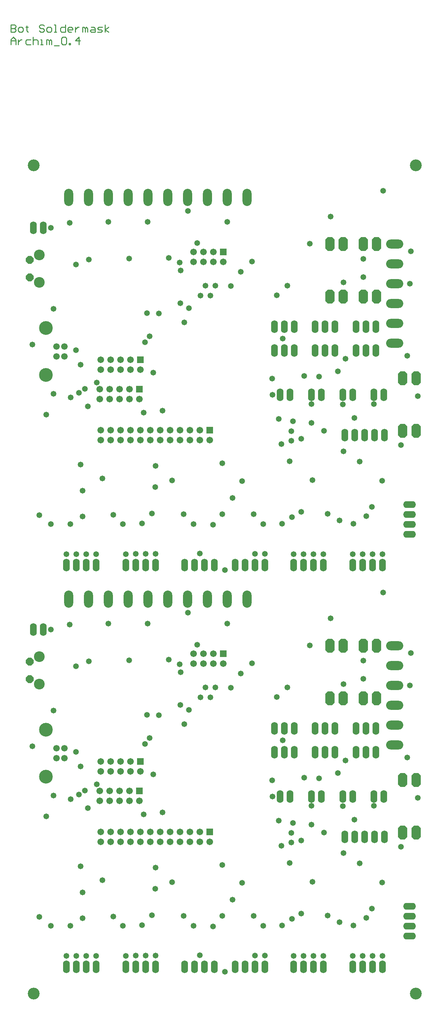
<source format=gbs>
G04 Layer_Color=16711935*
%FSLAX25Y25*%
%MOIN*%
G70*
G01*
G75*
%ADD12C,0.01000*%
%ADD102C,0.05800*%
G04:AMPARAMS|DCode=217|XSize=118.74mil|YSize=118.74mil|CornerRadius=59.37mil|HoleSize=0mil|Usage=FLASHONLY|Rotation=90.000|XOffset=0mil|YOffset=0mil|HoleType=Round|Shape=RoundedRectangle|*
%AMROUNDEDRECTD217*
21,1,0.11874,0.00000,0,0,90.0*
21,1,0.00000,0.11874,0,0,90.0*
1,1,0.11874,0.00000,0.00000*
1,1,0.11874,0.00000,0.00000*
1,1,0.11874,0.00000,0.00000*
1,1,0.11874,0.00000,0.00000*
%
%ADD217ROUNDEDRECTD217*%
%ADD277O,0.06800X0.12800*%
%ADD278C,0.06706*%
%ADD279R,0.06706X0.06706*%
%ADD280C,0.13850*%
%ADD281C,0.06600*%
%ADD282C,0.10800*%
%ADD283P,0.08443X8X292.5*%
%ADD284O,0.09050X0.17300*%
G04:AMPARAMS|DCode=285|XSize=141mil|YSize=91mil|CornerRadius=0mil|HoleSize=0mil|Usage=FLASHONLY|Rotation=90.000|XOffset=0mil|YOffset=0mil|HoleType=Round|Shape=Octagon|*
%AMOCTAGOND285*
4,1,8,0.02275,0.07050,-0.02275,0.07050,-0.04550,0.04775,-0.04550,-0.04775,-0.02275,-0.07050,0.02275,-0.07050,0.04550,-0.04775,0.04550,0.04775,0.02275,0.07050,0.0*
%
%ADD285OCTAGOND285*%

%ADD286O,0.12800X0.06800*%
%ADD287O,0.17300X0.09050*%
G54D12*
X14869Y969840D02*
Y974838D01*
X17369Y977337D01*
X19868Y974838D01*
Y969840D01*
Y973589D01*
X14869D01*
X22367Y974838D02*
Y969840D01*
Y972339D01*
X23617Y973589D01*
X24866Y974838D01*
X26116D01*
X34863D02*
X31114D01*
X29865Y973589D01*
Y971089D01*
X31114Y969840D01*
X34863D01*
X37362Y977337D02*
Y969840D01*
Y973589D01*
X38612Y974838D01*
X41111D01*
X42360Y973589D01*
Y969840D01*
X44860D02*
X47359D01*
X46109D01*
Y974838D01*
X44860D01*
X51108Y969840D02*
Y974838D01*
X52357D01*
X53607Y973589D01*
Y969840D01*
Y973589D01*
X54856Y974838D01*
X56106Y973589D01*
Y969840D01*
X58605Y968590D02*
X63604D01*
X66103Y976088D02*
X67352Y977337D01*
X69852D01*
X71101Y976088D01*
Y971089D01*
X69852Y969840D01*
X67352D01*
X66103Y971089D01*
Y976088D01*
X73601Y969840D02*
Y971089D01*
X74850D01*
Y969840D01*
X73601D01*
X83597D02*
Y977337D01*
X79848Y973589D01*
X84847D01*
X14869Y989837D02*
Y982340D01*
X18618D01*
X19868Y983589D01*
Y984839D01*
X18618Y986089D01*
X14869D01*
X18618D01*
X19868Y987338D01*
Y988588D01*
X18618Y989837D01*
X14869D01*
X23617Y982340D02*
X26116D01*
X27365Y983589D01*
Y986089D01*
X26116Y987338D01*
X23617D01*
X22367Y986089D01*
Y983589D01*
X23617Y982340D01*
X31114Y988588D02*
Y987338D01*
X29865D01*
X32364D01*
X31114D01*
Y983589D01*
X32364Y982340D01*
X48608Y988588D02*
X47359Y989837D01*
X44860D01*
X43610Y988588D01*
Y987338D01*
X44860Y986089D01*
X47359D01*
X48608Y984839D01*
Y983589D01*
X47359Y982340D01*
X44860D01*
X43610Y983589D01*
X52357Y982340D02*
X54856D01*
X56106Y983589D01*
Y986089D01*
X54856Y987338D01*
X52357D01*
X51108Y986089D01*
Y983589D01*
X52357Y982340D01*
X58605D02*
X61105D01*
X59855D01*
Y989837D01*
X58605D01*
X69852D02*
Y982340D01*
X66103D01*
X64853Y983589D01*
Y986089D01*
X66103Y987338D01*
X69852D01*
X76100Y982340D02*
X73601D01*
X72351Y983589D01*
Y986089D01*
X73601Y987338D01*
X76100D01*
X77349Y986089D01*
Y984839D01*
X72351D01*
X79848Y987338D02*
Y982340D01*
Y984839D01*
X81098Y986089D01*
X82348Y987338D01*
X83597D01*
X87346Y982340D02*
Y987338D01*
X88596D01*
X89845Y986089D01*
Y982340D01*
Y986089D01*
X91095Y987338D01*
X92344Y986089D01*
Y982340D01*
X96093Y987338D02*
X98592D01*
X99842Y986089D01*
Y982340D01*
X96093D01*
X94844Y983589D01*
X96093Y984839D01*
X99842D01*
X102341Y982340D02*
X106090D01*
X107340Y983589D01*
X106090Y984839D01*
X103591D01*
X102341Y986089D01*
X103591Y987338D01*
X107340D01*
X109839Y982340D02*
Y989837D01*
Y984839D02*
X113588Y987338D01*
X109839Y984839D02*
X113588Y982340D01*
G54D102*
X247036Y335621D02*
D03*
X258414Y346157D02*
D03*
X389896Y51143D02*
D03*
X379891Y51113D02*
D03*
X369907Y51142D02*
D03*
X359908Y51130D02*
D03*
X379265Y98567D02*
D03*
X373606Y89216D02*
D03*
X360542Y81590D02*
D03*
X346721Y84985D02*
D03*
X334803Y91615D02*
D03*
X330411Y51165D02*
D03*
X320387Y51174D02*
D03*
X310394Y51084D02*
D03*
X300390Y50975D02*
D03*
X350789Y154848D02*
D03*
X370794Y348794D02*
D03*
X350594Y324994D02*
D03*
X370794Y330294D02*
D03*
X417794Y323594D02*
D03*
X337494Y391494D02*
D03*
X425494Y210394D02*
D03*
X36770Y262492D02*
D03*
X80807Y256791D02*
D03*
X193494Y396894D02*
D03*
X408699Y161069D02*
D03*
X415094Y251094D02*
D03*
X316794Y363894D02*
D03*
X55294Y379894D02*
D03*
X293894Y321594D02*
D03*
X390501Y417476D02*
D03*
X287894Y161944D02*
D03*
X330906Y175492D02*
D03*
X74394Y384894D02*
D03*
X113394Y385994D02*
D03*
X153094D02*
D03*
X233294D02*
D03*
X418694Y356494D02*
D03*
X230942Y35181D02*
D03*
X205544Y51563D02*
D03*
X271425Y51258D02*
D03*
X261349Y51298D02*
D03*
X285275Y187397D02*
D03*
X283294Y312154D02*
D03*
X189994Y284694D02*
D03*
X221194Y321694D02*
D03*
X216294Y311694D02*
D03*
X211294Y321694D02*
D03*
X206294Y311694D02*
D03*
X160908Y51227D02*
D03*
X150944Y51241D02*
D03*
X140838Y51252D02*
D03*
X130909Y51162D02*
D03*
X100914Y51134D02*
D03*
X90895Y51100D02*
D03*
X80905Y51120D02*
D03*
X70901Y51149D02*
D03*
X87388Y89011D02*
D03*
X75041Y81416D02*
D03*
X55295Y81295D02*
D03*
X43647Y90430D02*
D03*
X157444Y91891D02*
D03*
X147342Y81898D02*
D03*
X128047Y81284D02*
D03*
X118261Y90663D02*
D03*
X228377Y91512D02*
D03*
X219028Y80757D02*
D03*
X199236Y81488D02*
D03*
X189394Y91516D02*
D03*
X308007Y93834D02*
D03*
X298639Y88481D02*
D03*
X288531Y81826D02*
D03*
X269667Y81303D02*
D03*
X259876Y91350D02*
D03*
X389809Y125055D02*
D03*
X367075Y144341D02*
D03*
X361504Y188365D02*
D03*
X307894Y167294D02*
D03*
X296205Y144629D02*
D03*
X297894Y175094D02*
D03*
X299568Y184917D02*
D03*
X318332Y183415D02*
D03*
X319328Y125546D02*
D03*
X297894Y165394D02*
D03*
X248411Y124677D02*
D03*
X238794Y107794D02*
D03*
X228457Y142767D02*
D03*
X160851Y139872D02*
D03*
X177699Y125205D02*
D03*
X160614Y118659D02*
D03*
X107161Y127528D02*
D03*
X87282Y115202D02*
D03*
X85308Y141345D02*
D03*
X349942Y202030D02*
D03*
X318410Y202255D02*
D03*
X279124Y211723D02*
D03*
X148880Y193661D02*
D03*
X167833Y195627D02*
D03*
X50620Y191674D02*
D03*
X92558Y199893D02*
D03*
X381209Y202391D02*
D03*
X352570Y248003D02*
D03*
X345050Y235282D02*
D03*
X325932Y230006D02*
D03*
X310921Y230592D02*
D03*
X278488Y227925D02*
D03*
X158558Y234110D02*
D03*
X101754Y223988D02*
D03*
X89589Y217751D02*
D03*
X83514Y213566D02*
D03*
X75330Y209167D02*
D03*
X58003Y212765D02*
D03*
X85219Y242131D02*
D03*
X150391Y264700D02*
D03*
X155080Y270862D02*
D03*
X194744Y298882D02*
D03*
X185927Y303907D02*
D03*
X236830Y321511D02*
D03*
X202868Y364819D02*
D03*
X164413Y293690D02*
D03*
X152281Y293897D02*
D03*
X186175Y336923D02*
D03*
X185375Y344918D02*
D03*
X174261Y349621D02*
D03*
X134240Y349003D02*
D03*
X93594Y348149D02*
D03*
X80730Y343089D02*
D03*
X57977Y298222D02*
D03*
X289320Y268438D02*
D03*
X247036Y740621D02*
D03*
X258414Y751157D02*
D03*
X389896Y456143D02*
D03*
X379891Y456113D02*
D03*
X369907Y456142D02*
D03*
X359908Y456130D02*
D03*
X379265Y503567D02*
D03*
X373606Y494216D02*
D03*
X360542Y486590D02*
D03*
X346721Y489985D02*
D03*
X334803Y496615D02*
D03*
X330411Y456165D02*
D03*
X320387Y456174D02*
D03*
X310394Y456084D02*
D03*
X300390Y455975D02*
D03*
X350789Y559848D02*
D03*
X370794Y753794D02*
D03*
X350594Y729994D02*
D03*
X370794Y735294D02*
D03*
X417794Y728594D02*
D03*
X337494Y796494D02*
D03*
X425494Y615394D02*
D03*
X36770Y667492D02*
D03*
X80807Y661791D02*
D03*
X193494Y801894D02*
D03*
X408699Y566069D02*
D03*
X415094Y656094D02*
D03*
X316794Y768894D02*
D03*
X55294Y784894D02*
D03*
X293894Y726594D02*
D03*
X390501Y822476D02*
D03*
X287894Y566944D02*
D03*
X330906Y580492D02*
D03*
X74394Y789894D02*
D03*
X113394Y790994D02*
D03*
X153094D02*
D03*
X233294D02*
D03*
X418694Y761494D02*
D03*
X230942Y440181D02*
D03*
X205544Y456563D02*
D03*
X271425Y456258D02*
D03*
X261349Y456298D02*
D03*
X285275Y592397D02*
D03*
X283294Y717154D02*
D03*
X189994Y689694D02*
D03*
X221194Y726694D02*
D03*
X216294Y716694D02*
D03*
X211294Y726694D02*
D03*
X206294Y716694D02*
D03*
X160908Y456227D02*
D03*
X150944Y456241D02*
D03*
X140838Y456252D02*
D03*
X130909Y456162D02*
D03*
X100914Y456134D02*
D03*
X90895Y456101D02*
D03*
X80905Y456119D02*
D03*
X70901Y456149D02*
D03*
X87388Y494011D02*
D03*
X75041Y486416D02*
D03*
X55295Y486295D02*
D03*
X43647Y495430D02*
D03*
X157444Y496891D02*
D03*
X147342Y486898D02*
D03*
X128047Y486284D02*
D03*
X118261Y495663D02*
D03*
X228377Y496512D02*
D03*
X219028Y485757D02*
D03*
X199236Y486488D02*
D03*
X189394Y496516D02*
D03*
X308007Y498834D02*
D03*
X298639Y493481D02*
D03*
X288531Y486826D02*
D03*
X269667Y486303D02*
D03*
X259876Y496350D02*
D03*
X389809Y530055D02*
D03*
X367075Y549341D02*
D03*
X361504Y593365D02*
D03*
X307894Y572294D02*
D03*
X296205Y549629D02*
D03*
X297894Y580094D02*
D03*
X299568Y589917D02*
D03*
X318332Y588415D02*
D03*
X319328Y530546D02*
D03*
X297894Y570394D02*
D03*
X248411Y529677D02*
D03*
X238794Y512794D02*
D03*
X228457Y547767D02*
D03*
X160851Y544872D02*
D03*
X177699Y530204D02*
D03*
X160614Y523660D02*
D03*
X107161Y532528D02*
D03*
X87282Y520202D02*
D03*
X85308Y546345D02*
D03*
X349942Y607030D02*
D03*
X318410Y607255D02*
D03*
X279124Y616723D02*
D03*
X148880Y598661D02*
D03*
X167833Y600627D02*
D03*
X50620Y596674D02*
D03*
X92558Y604893D02*
D03*
X381209Y607391D02*
D03*
X352570Y653003D02*
D03*
X345050Y640282D02*
D03*
X325932Y635006D02*
D03*
X310921Y635592D02*
D03*
X278488Y632926D02*
D03*
X158558Y639110D02*
D03*
X101754Y628988D02*
D03*
X89589Y622751D02*
D03*
X83514Y618566D02*
D03*
X75330Y614167D02*
D03*
X58003Y617765D02*
D03*
X85219Y647131D02*
D03*
X150391Y669700D02*
D03*
X155080Y675862D02*
D03*
X194744Y703882D02*
D03*
X185927Y708907D02*
D03*
X236830Y726510D02*
D03*
X202868Y769819D02*
D03*
X164413Y698690D02*
D03*
X152281Y698897D02*
D03*
X186175Y741923D02*
D03*
X185375Y749918D02*
D03*
X174261Y754621D02*
D03*
X134240Y754003D02*
D03*
X93594Y753149D02*
D03*
X80730Y748089D02*
D03*
X57977Y703222D02*
D03*
X289320Y673438D02*
D03*
G54D217*
X37894Y12894D02*
D03*
X423780Y13189D02*
D03*
Y847974D02*
D03*
X37894D02*
D03*
G54D277*
X381194Y211694D02*
D03*
X391194D02*
D03*
X359894D02*
D03*
X349894D02*
D03*
X37794Y379894D02*
D03*
X47794D02*
D03*
X296694Y211694D02*
D03*
X286694D02*
D03*
X318394D02*
D03*
X328394D02*
D03*
X342144Y280294D02*
D03*
X332144D02*
D03*
X322144D02*
D03*
X363194D02*
D03*
X373194D02*
D03*
X383194D02*
D03*
X301094D02*
D03*
X291094D02*
D03*
X281094D02*
D03*
X383194Y256294D02*
D03*
X373194D02*
D03*
X363194D02*
D03*
X322144D02*
D03*
X332144D02*
D03*
X342144D02*
D03*
X301094D02*
D03*
X291094D02*
D03*
X281094D02*
D03*
X359894Y39894D02*
D03*
X369894D02*
D03*
X379894D02*
D03*
X389894D02*
D03*
X300394D02*
D03*
X310394D02*
D03*
X320394D02*
D03*
X330394D02*
D03*
X190394D02*
D03*
X200394D02*
D03*
X210394D02*
D03*
X220394D02*
D03*
X241394D02*
D03*
X251394D02*
D03*
X261394D02*
D03*
X271394D02*
D03*
X130894D02*
D03*
X140894D02*
D03*
X150894D02*
D03*
X160894D02*
D03*
X100894D02*
D03*
X90894D02*
D03*
X80894D02*
D03*
X70894D02*
D03*
X381894Y170894D02*
D03*
X371894D02*
D03*
X361894D02*
D03*
X351894D02*
D03*
X391894D02*
D03*
X381194Y616694D02*
D03*
X391194D02*
D03*
X359894D02*
D03*
X349894D02*
D03*
X37794Y784894D02*
D03*
X47794D02*
D03*
X296694Y616694D02*
D03*
X286694D02*
D03*
X318394D02*
D03*
X328394D02*
D03*
X342144Y685294D02*
D03*
X332144D02*
D03*
X322144D02*
D03*
X363194D02*
D03*
X373194D02*
D03*
X383194D02*
D03*
X301094D02*
D03*
X291094D02*
D03*
X281094D02*
D03*
X383194Y661294D02*
D03*
X373194D02*
D03*
X363194D02*
D03*
X322144D02*
D03*
X332144D02*
D03*
X342144D02*
D03*
X301094D02*
D03*
X291094D02*
D03*
X281094D02*
D03*
X359894Y444894D02*
D03*
X369894D02*
D03*
X379894D02*
D03*
X389894D02*
D03*
X300394D02*
D03*
X310394D02*
D03*
X320394D02*
D03*
X330394D02*
D03*
X190394D02*
D03*
X200394D02*
D03*
X210394D02*
D03*
X220394D02*
D03*
X241394D02*
D03*
X251394D02*
D03*
X261394D02*
D03*
X271394D02*
D03*
X130894D02*
D03*
X140894D02*
D03*
X150894D02*
D03*
X160894D02*
D03*
X100894D02*
D03*
X90894D02*
D03*
X80894D02*
D03*
X70894D02*
D03*
X381894Y575894D02*
D03*
X371894D02*
D03*
X361894D02*
D03*
X351894D02*
D03*
X391894D02*
D03*
G54D278*
X199194Y345694D02*
D03*
Y355694D02*
D03*
X209194Y345694D02*
D03*
Y355694D02*
D03*
X219194Y345694D02*
D03*
Y355694D02*
D03*
X229194Y345694D02*
D03*
X215494Y165994D02*
D03*
X205494Y175994D02*
D03*
Y165994D02*
D03*
X195494Y175994D02*
D03*
Y165994D02*
D03*
X185494Y175994D02*
D03*
Y165994D02*
D03*
X175494Y175994D02*
D03*
Y165994D02*
D03*
X165494Y175994D02*
D03*
Y165994D02*
D03*
X155494Y175994D02*
D03*
Y165994D02*
D03*
X145494Y175994D02*
D03*
Y165994D02*
D03*
X135494Y175994D02*
D03*
Y165994D02*
D03*
X125494Y175994D02*
D03*
Y165994D02*
D03*
X115494Y175994D02*
D03*
Y165994D02*
D03*
X105494Y175994D02*
D03*
Y165994D02*
D03*
X104694Y207394D02*
D03*
Y217394D02*
D03*
X114694Y207394D02*
D03*
Y217394D02*
D03*
X124694Y207394D02*
D03*
Y217394D02*
D03*
X134694Y207394D02*
D03*
Y217394D02*
D03*
X144694Y207394D02*
D03*
X105494Y236894D02*
D03*
Y246894D02*
D03*
X115494Y236894D02*
D03*
Y246894D02*
D03*
X125494Y236894D02*
D03*
Y246894D02*
D03*
X135494Y236894D02*
D03*
Y246894D02*
D03*
X145494Y236894D02*
D03*
X199194Y750694D02*
D03*
Y760694D02*
D03*
X209194Y750694D02*
D03*
Y760694D02*
D03*
X219194Y750694D02*
D03*
Y760694D02*
D03*
X229194Y750694D02*
D03*
X215494Y570994D02*
D03*
X205494Y580994D02*
D03*
Y570994D02*
D03*
X195494Y580994D02*
D03*
Y570994D02*
D03*
X185494Y580994D02*
D03*
Y570994D02*
D03*
X175494Y580994D02*
D03*
Y570994D02*
D03*
X165494Y580994D02*
D03*
Y570994D02*
D03*
X155494Y580994D02*
D03*
Y570994D02*
D03*
X145494Y580994D02*
D03*
Y570994D02*
D03*
X135494Y580994D02*
D03*
Y570994D02*
D03*
X125494Y580994D02*
D03*
Y570994D02*
D03*
X115494Y580994D02*
D03*
Y570994D02*
D03*
X105494Y580994D02*
D03*
Y570994D02*
D03*
X104694Y612394D02*
D03*
Y622394D02*
D03*
X114694Y612394D02*
D03*
Y622394D02*
D03*
X124694Y612394D02*
D03*
Y622394D02*
D03*
X134694Y612394D02*
D03*
Y622394D02*
D03*
X144694Y612394D02*
D03*
X105494Y641894D02*
D03*
Y651894D02*
D03*
X115494Y641894D02*
D03*
Y651894D02*
D03*
X125494Y641894D02*
D03*
Y651894D02*
D03*
X135494Y641894D02*
D03*
Y651894D02*
D03*
X145494Y641894D02*
D03*
G54D279*
X229194Y355694D02*
D03*
X215494Y175994D02*
D03*
X144694Y217394D02*
D03*
X145494Y246894D02*
D03*
X229194Y760694D02*
D03*
X215494Y580994D02*
D03*
X144694Y622394D02*
D03*
X145494Y651894D02*
D03*
G54D280*
X50394Y231694D02*
D03*
Y279016D02*
D03*
Y636694D02*
D03*
Y684016D02*
D03*
G54D281*
X61094Y250394D02*
D03*
Y260315D02*
D03*
X68994D02*
D03*
Y250394D02*
D03*
X61094Y655394D02*
D03*
Y665315D02*
D03*
X68994D02*
D03*
Y655394D02*
D03*
G54D282*
X43794Y325094D02*
D03*
Y352694D02*
D03*
Y730094D02*
D03*
Y757694D02*
D03*
G54D283*
X33994Y329994D02*
D03*
Y347794D02*
D03*
Y734994D02*
D03*
Y752794D02*
D03*
G54D284*
X73394Y410594D02*
D03*
X93394D02*
D03*
X113394D02*
D03*
X133394D02*
D03*
X153394D02*
D03*
X173394D02*
D03*
X193394D02*
D03*
X213394D02*
D03*
X233394D02*
D03*
X253394D02*
D03*
X73394Y815594D02*
D03*
X93394D02*
D03*
X113394D02*
D03*
X133394D02*
D03*
X153394D02*
D03*
X173394D02*
D03*
X193394D02*
D03*
X213394D02*
D03*
X233394D02*
D03*
X253394D02*
D03*
G54D285*
X336894Y363794D02*
D03*
X350294D02*
D03*
Y310794D02*
D03*
X336894D02*
D03*
X370494Y363794D02*
D03*
X383894D02*
D03*
Y310794D02*
D03*
X370494D02*
D03*
X423826Y228272D02*
D03*
X410426D02*
D03*
Y175272D02*
D03*
X423826D02*
D03*
X336894Y768794D02*
D03*
X350294D02*
D03*
Y715794D02*
D03*
X336894D02*
D03*
X370494Y768794D02*
D03*
X383894D02*
D03*
Y715794D02*
D03*
X370494D02*
D03*
X423826Y633272D02*
D03*
X410426D02*
D03*
Y580272D02*
D03*
X423826D02*
D03*
G54D286*
X417194Y100894D02*
D03*
Y90894D02*
D03*
Y80894D02*
D03*
Y70894D02*
D03*
Y505894D02*
D03*
Y495894D02*
D03*
Y485894D02*
D03*
Y475894D02*
D03*
G54D287*
X402457Y263642D02*
D03*
Y283642D02*
D03*
Y303642D02*
D03*
Y323642D02*
D03*
Y363642D02*
D03*
Y343642D02*
D03*
Y668642D02*
D03*
Y688642D02*
D03*
Y708642D02*
D03*
Y728642D02*
D03*
Y768642D02*
D03*
Y748642D02*
D03*
M02*

</source>
